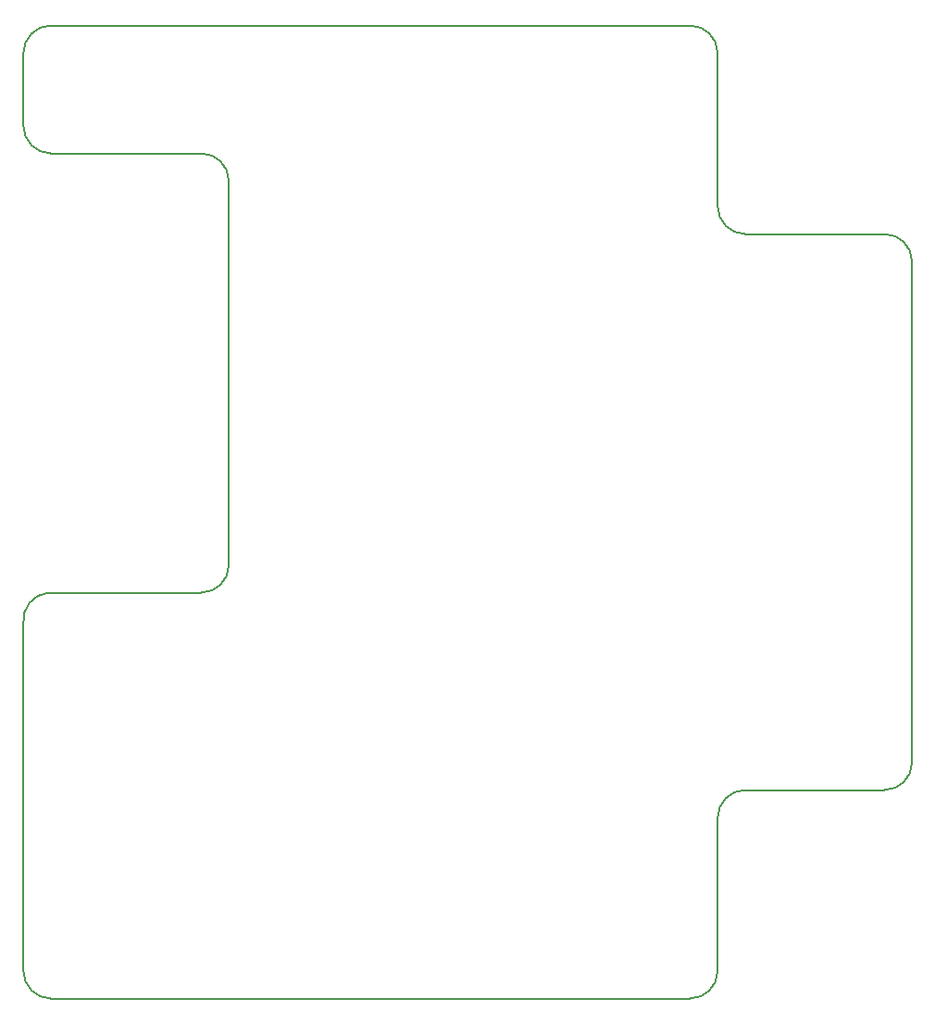
<source format=gbr>
G04 (created by PCBNEW (2013-jul-07)-stable) date Thu 19 Jul 2018 04:00:03 PM PDT*
%MOIN*%
G04 Gerber Fmt 3.4, Leading zero omitted, Abs format*
%FSLAX34Y34*%
G01*
G70*
G90*
G04 APERTURE LIST*
%ADD10C,0.00590551*%
%ADD11C,0.00787402*%
G04 APERTURE END LIST*
G54D10*
G54D11*
X36400Y-50400D02*
X30900Y-50400D01*
X37400Y-35600D02*
X37400Y-49400D01*
X31000Y-34600D02*
X36400Y-34600D01*
X30000Y-51500D02*
X30000Y-64000D01*
X54000Y-65000D02*
X31000Y-65000D01*
X55000Y-58500D02*
X55000Y-64000D01*
X56000Y-57500D02*
X61000Y-57500D01*
X62000Y-38500D02*
X62000Y-56500D01*
X56000Y-37500D02*
X61000Y-37500D01*
X55000Y-31000D02*
X55000Y-36500D01*
X31000Y-30000D02*
X54000Y-30000D01*
X30000Y-31000D02*
X30000Y-33600D01*
X36400Y-50400D02*
G75*
G03X37400Y-49400I0J1000D01*
G74*
G01*
X37400Y-35600D02*
G75*
G03X36400Y-34600I-1000J0D01*
G74*
G01*
X30000Y-33600D02*
G75*
G03X31000Y-34600I1000J0D01*
G74*
G01*
X30900Y-50399D02*
G75*
G03X29999Y-51499I99J-1000D01*
G74*
G01*
X55000Y-36500D02*
G75*
G03X56000Y-37500I1000J0D01*
G74*
G01*
X56000Y-57500D02*
G75*
G03X55000Y-58500I0J-1000D01*
G74*
G01*
X61000Y-57500D02*
G75*
G03X62000Y-56500I0J1000D01*
G74*
G01*
X62000Y-38500D02*
G75*
G03X61000Y-37500I-1000J0D01*
G74*
G01*
X30000Y-64000D02*
G75*
G03X31000Y-65000I1000J0D01*
G74*
G01*
X54000Y-65000D02*
G75*
G03X55000Y-64000I0J1000D01*
G74*
G01*
X55000Y-31000D02*
G75*
G03X54000Y-30000I-1000J0D01*
G74*
G01*
X31000Y-30000D02*
G75*
G03X30000Y-31000I0J-1000D01*
G74*
G01*
M02*

</source>
